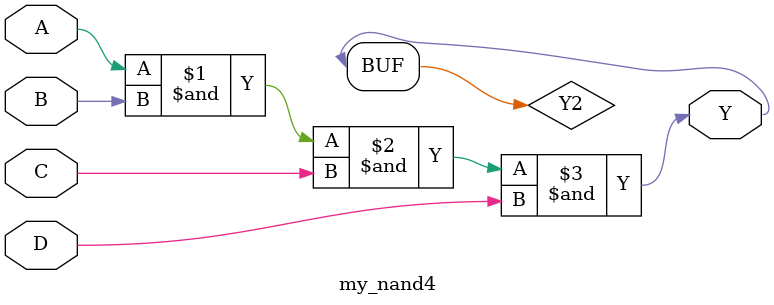
<source format=v>

module my_nand4 (
    Y,
    A,
    B,
    C,
    D
);

    output Y;
    input A;
    input B;
    input C;
    input D;

    wire Y1, Y2, Y3;

    nand (Y1, A, B, C, D);

    nand (Y2, Y1, 1'b1, 1'b1, 1'b1);

    nand (Y3, Y2, 1'b1, 1'b1, 1'b1);

    nand (Y, Y3, 1'b1, 1'b1, 1'b1);

endmodule
</source>
